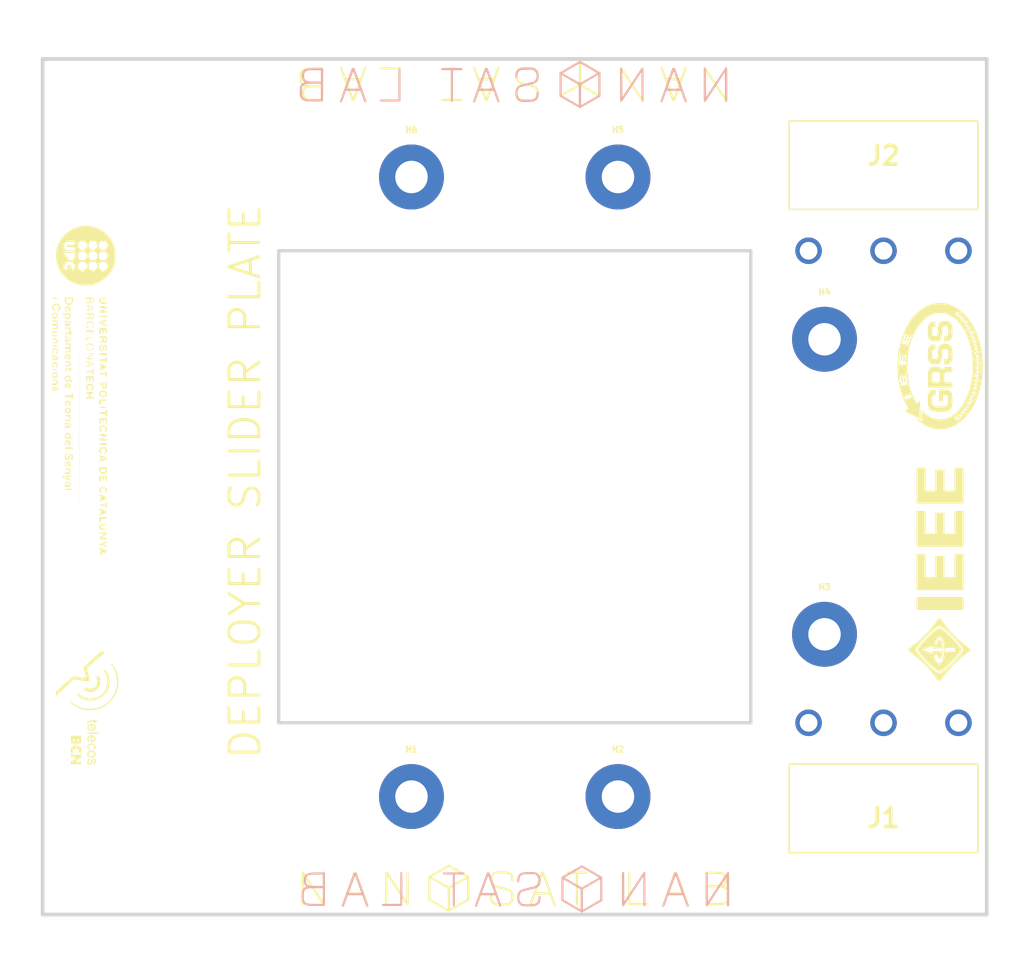
<source format=kicad_pcb>
(kicad_pcb (version 20221018) (generator pcbnew)
  (layers (0 "F.Cu" signal) (31 "B.Cu" signal) (34 "B.Paste" user) (35 "F.Paste" user) (36 "B.SilkS" user "B.Silkscreen") (37 "F.SilkS" user "F.Silkscreen") (38 "B.Mask" user) (39 "F.Mask" user) (44 "Edge.Cuts" user))
  (net 0 "")
  (footprint "-nsl_symbols:Telecos" (layer "F.Cu") (at 73.5088 77.594 -90)
    (fp_text reference "Annotation9" hide)
    (fp_text value "Silkscreen_Annotation")
  )
  (footprint "MountingHole:MountingHole_2.2mm_M2_Pad" (layer "F.Cu") (at 109.55 41.274)
    (fp_text reference "H5" (at 0 -3.2 unlocked) (layer "F.SilkS") (effects (font (size 0.4 0.4))))
    (fp_text value "MountingHole_Pad")
    (pad "1" thru_hole circle (at 0 0) (size 4.4 4.4) (drill 2.2) (layers "*.Cu" "*.Mask"))
  )
  (footprint "symbols-nsl:GRSS" (layer "F.Cu") (at 131.4704 54.102 90)
    (fp_text reference "Annotation5" hide)
    (fp_text value "Silkscreen_Annotation")
  )
  (footprint "MountingHole:MountingHole_2.2mm_M2_Pad" (layer "F.Cu") (at 109.55 83.274)
    (fp_text reference "H2" (at 0 -3.2 unlocked) (layer "F.SilkS") (effects (font (size 0.4 0.4))))
    (fp_text value "MountingHole_Pad")
    (pad "1" thru_hole circle (at 0 0) (size 4.4 4.4) (drill 2.2) (layers "*.Cu" "*.Mask"))
  )
  (footprint "-nsl_miscellaneous:D2FLA1" (layer "F.Cu") (at 132.63 46.274 180)
    (fp_text reference "J2" (at 5.08 6.45) (layer "F.SilkS") (effects (font (size 1.27 1.27) (thickness 0.254))))
    (fp_text value "D2FLA1" hide)
    (pad "1" thru_hole circle (at 0 0 180) (size 1.8 1.8) (drill 1.2) (layers "*.Cu" "*.Mask"))
    (pad "2" thru_hole circle (at 5.08 0 180) (size 1.8 1.8) (drill 1.2) (layers "*.Cu" "*.Mask"))
    (pad "3" thru_hole circle (at 10.16 0 180) (size 1.8 1.8) (drill 1.2) (layers "*.Cu" "*.Mask"))
  )
  (footprint "MountingHole:MountingHole_2.2mm_M2_Pad" (layer "F.Cu") (at 95.55 41.274)
    (fp_text reference "H6" (at 0 -3.2 unlocked) (layer "F.SilkS") (effects (font (size 0.4 0.4))))
    (fp_text value "MountingHole_Pad")
    (pad "1" thru_hole circle (at 0 0) (size 4.4 4.4) (drill 2.2) (layers "*.Cu" "*.Mask"))
  )
  (footprint "-nsl_miscellaneous:D2FLA" (layer "F.Cu") (at 132.63 78.274 180)
    (fp_text reference "J1" (at 5.08 -6.45 180) (layer "F.SilkS") (effects (font (size 1.27 1.27) (thickness 0.254))))
    (fp_text value "D2FLA" hide)
    (pad "1" thru_hole circle (at 0 0 180) (size 1.8 1.8) (drill 1.2) (layers "*.Cu" "*.Mask"))
    (pad "2" thru_hole circle (at 5.08 0 180) (size 1.8 1.8) (drill 1.2) (layers "*.Cu" "*.Mask"))
    (pad "3" thru_hole circle (at 10.16 0 180) (size 1.8 1.8) (drill 1.2) (layers "*.Cu" "*.Mask"))
  )
  (footprint "-nsl_symbols:UPC_positiu" (layer "F.Cu") (at 73.0516 55.4452 -90)
    (fp_text reference "Annotation8" hide)
    (fp_text value "Silkscreen_Annotation")
  )
  (footprint "MountingHole:MountingHole_2.2mm_M2_Pad" (layer "F.Cu") (at 123.55 52.274)
    (fp_text reference "H4" (at 0 -3.2 unlocked) (layer "F.SilkS") (effects (font (size 0.4 0.4))))
    (fp_text value "MountingHole_Pad")
    (pad "1" thru_hole circle (at 0 0) (size 4.4 4.4) (drill 2.2) (layers "*.Cu" "*.Mask"))
  )
  (footprint "-nsl_symbols:NSL_long" (layer "F.Cu") (at 101.817298 34.924471 180)
    (fp_text reference "Annotation3" hide)
    (fp_text value "Silkscreen_Annotation")
  )
  (footprint "MountingHole:MountingHole_2.2mm_M2_Pad" (layer "F.Cu") (at 95.55 83.274)
    (fp_text reference "H1" (at 0 -3.2 unlocked) (layer "F.SilkS") (effects (font (size 0.4 0.4))))
    (fp_text value "MountingHole_Pad")
    (pad "1" thru_hole circle (at 0 0) (size 4.4 4.4) (drill 2.2) (layers "*.Cu" "*.Mask"))
  )
  (footprint "MountingHole:MountingHole_2.2mm_M2_Pad" (layer "F.Cu") (at 123.55 72.274)
    (fp_text reference "H3" (at 0 -3.2 unlocked) (layer "F.SilkS") (effects (font (size 0.4 0.4))))
    (fp_text value "MountingHole_Pad")
    (pad "1" thru_hole circle (at 0 0) (size 4.4 4.4) (drill 2.2) (layers "*.Cu" "*.Mask"))
  )
  (footprint "-nsl_symbols:IEEE_logo" (layer "F.Cu") (at 131.3688 66.7004 90)
    (fp_text reference "Annotation6" hide)
    (fp_text value "Silkscreen_Annotation")
  )
  (footprint "-nsl_symbols:NSL_long" (layer "F.Cu") (at 103.236902 89.56093)
    (fp_text reference "Annotation4" hide)
    (fp_text value "Silkscreen_Annotation")
  )
  (footprint "-nsl_symbols:NSL_long" (layer "B.Cu") (at 101.817298 35.07793 180)
    (fp_text reference "Annotation2" hide)
    (fp_text value "Silkscreen_Annotation")
  )
  (footprint "-nsl_symbols:NSL_long" (layer "B.Cu") (at 101.944298 89.6112 180)
    (fp_text reference "Annotation1" hide)
    (fp_text value "Silkscreen_Annotation")
  )
  (gr_line (start 86.55 78.274) (end 86.55 46.274) (stroke (width 0.22)) (layer "Edge.Cuts"))
  (gr_line (start 134.55 33.274) (end 134.55 91.274) (stroke (width 0.254)) (layer "Edge.Cuts"))
  (gr_line (start 134.55 91.274) (end 70.55 91.274) (stroke (width 0.254)) (layer "Edge.Cuts"))
  (gr_line (start 70.55 33.274) (end 134.55 33.274) (stroke (width 0.254)) (layer "Edge.Cuts"))
  (gr_line (start 118.55 46.274) (end 118.55 78.274) (stroke (width 0.22)) (layer "Edge.Cuts"))
  (gr_line (start 86.55 46.274) (end 118.55 46.274) (stroke (width 0.22)) (layer "Edge.Cuts"))
  (gr_line (start 118.55 78.274) (end 86.55 78.274) (stroke (width 0.22)) (layer "Edge.Cuts"))
  (gr_line (start 70.55 91.274) (end 70.55 33.274) (stroke (width 0.254)) (layer "Edge.Cuts"))
  (gr_text "DEPLOYER SLIDER PLATE\n" (at 84.2772 80.8736 90) (layer "F.SilkS") (effects (font (size 2.032 2.032) (thickness 0.203)) (justify left)))
)
</source>
